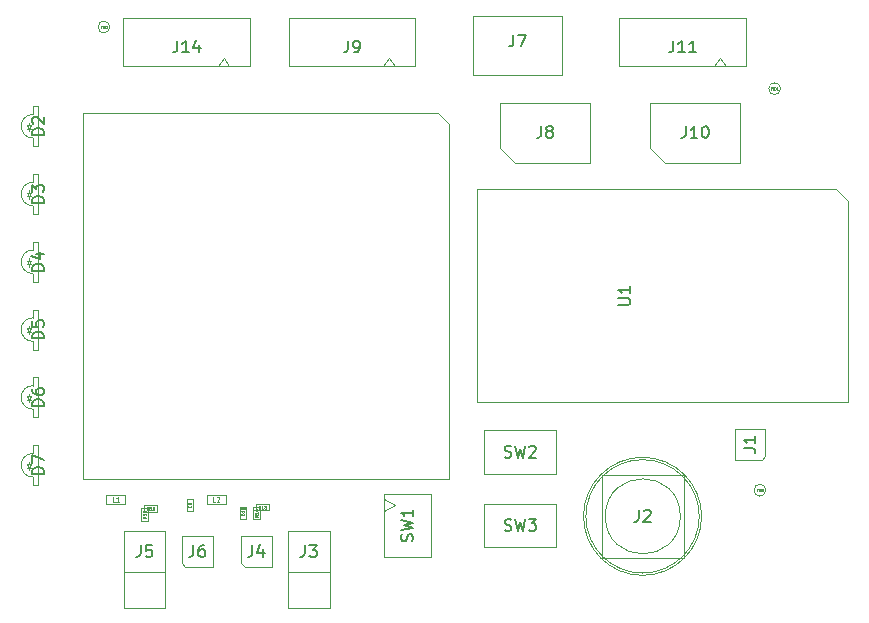
<source format=gbr>
%TF.GenerationSoftware,KiCad,Pcbnew,5.1.10-6.fc34*%
%TF.CreationDate,2021-09-22T18:19:27+02:00*%
%TF.ProjectId,mowi,6d6f7769-2e6b-4696-9361-645f70636258,v1.0*%
%TF.SameCoordinates,Original*%
%TF.FileFunction,Other,Fab,Top*%
%FSLAX46Y46*%
G04 Gerber Fmt 4.6, Leading zero omitted, Abs format (unit mm)*
G04 Created by KiCad (PCBNEW 5.1.10-6.fc34) date 2021-09-22 18:19:27*
%MOMM*%
%LPD*%
G01*
G04 APERTURE LIST*
%ADD10C,0.050000*%
%ADD11C,0.100000*%
%ADD12C,0.150000*%
%ADD13C,0.040000*%
%ADD14C,0.060000*%
G04 APERTURE END LIST*
D10*
X167400000Y-104930000D02*
G75*
G03*
X167400000Y-104930000I-4800000J0D01*
G01*
X167600000Y-104930000D02*
G75*
G03*
X167600000Y-104930000I-5000000J0D01*
G01*
D11*
%TO.C,J7*%
X148250000Y-62540000D02*
X155750000Y-62540000D01*
X148250000Y-67540000D02*
X148250000Y-62540000D01*
X155750000Y-67540000D02*
X148250000Y-67540000D01*
X155750000Y-62540000D02*
X155750000Y-67540000D01*
%TO.C,SW1*%
X140750000Y-104450000D02*
X141620000Y-103950000D01*
X140750000Y-103450000D02*
X141620000Y-103950000D01*
X140750000Y-103000000D02*
X144650000Y-103000000D01*
X140750000Y-108400000D02*
X140750000Y-103000000D01*
X144650000Y-108400000D02*
X140750000Y-108400000D01*
X144650000Y-103000000D02*
X144650000Y-108400000D01*
%TO.C,D7*%
X110450000Y-100800000D02*
X110850000Y-100800000D01*
X110650000Y-100800000D02*
X110650000Y-101000000D01*
X110650000Y-100500000D02*
X110650000Y-100300000D01*
X110850000Y-100500000D02*
X110450000Y-100500000D01*
X110650000Y-100800000D02*
X110850000Y-100500000D01*
X110450000Y-100500000D02*
X110650000Y-100800000D01*
X111000000Y-102300000D02*
X111450000Y-102300000D01*
X111000000Y-98900000D02*
X111000000Y-99600000D01*
X111450000Y-98900000D02*
X111000000Y-98900000D01*
X111450000Y-102300000D02*
X111450000Y-98900000D01*
X111000000Y-101600000D02*
X111000000Y-102300000D01*
X111000000Y-101600000D02*
G75*
G02*
X111000000Y-99600000I0J1000000D01*
G01*
%TO.C,D6*%
X110450000Y-95060000D02*
X110850000Y-95060000D01*
X110650000Y-95060000D02*
X110650000Y-95260000D01*
X110650000Y-94760000D02*
X110650000Y-94560000D01*
X110850000Y-94760000D02*
X110450000Y-94760000D01*
X110650000Y-95060000D02*
X110850000Y-94760000D01*
X110450000Y-94760000D02*
X110650000Y-95060000D01*
X111000000Y-96560000D02*
X111450000Y-96560000D01*
X111000000Y-93160000D02*
X111000000Y-93860000D01*
X111450000Y-93160000D02*
X111000000Y-93160000D01*
X111450000Y-96560000D02*
X111450000Y-93160000D01*
X111000000Y-95860000D02*
X111000000Y-96560000D01*
X111000000Y-95860000D02*
G75*
G02*
X111000000Y-93860000I0J1000000D01*
G01*
%TO.C,D5*%
X110450000Y-89320000D02*
X110850000Y-89320000D01*
X110650000Y-89320000D02*
X110650000Y-89520000D01*
X110650000Y-89020000D02*
X110650000Y-88820000D01*
X110850000Y-89020000D02*
X110450000Y-89020000D01*
X110650000Y-89320000D02*
X110850000Y-89020000D01*
X110450000Y-89020000D02*
X110650000Y-89320000D01*
X111000000Y-90820000D02*
X111450000Y-90820000D01*
X111000000Y-87420000D02*
X111000000Y-88120000D01*
X111450000Y-87420000D02*
X111000000Y-87420000D01*
X111450000Y-90820000D02*
X111450000Y-87420000D01*
X111000000Y-90120000D02*
X111000000Y-90820000D01*
X111000000Y-90120000D02*
G75*
G02*
X111000000Y-88120000I0J1000000D01*
G01*
%TO.C,D4*%
X110450000Y-83580000D02*
X110850000Y-83580000D01*
X110650000Y-83580000D02*
X110650000Y-83780000D01*
X110650000Y-83280000D02*
X110650000Y-83080000D01*
X110850000Y-83280000D02*
X110450000Y-83280000D01*
X110650000Y-83580000D02*
X110850000Y-83280000D01*
X110450000Y-83280000D02*
X110650000Y-83580000D01*
X111000000Y-85080000D02*
X111450000Y-85080000D01*
X111000000Y-81680000D02*
X111000000Y-82380000D01*
X111450000Y-81680000D02*
X111000000Y-81680000D01*
X111450000Y-85080000D02*
X111450000Y-81680000D01*
X111000000Y-84380000D02*
X111000000Y-85080000D01*
X111000000Y-84380000D02*
G75*
G02*
X111000000Y-82380000I0J1000000D01*
G01*
%TO.C,D3*%
X110450000Y-77840000D02*
X110850000Y-77840000D01*
X110650000Y-77840000D02*
X110650000Y-78040000D01*
X110650000Y-77540000D02*
X110650000Y-77340000D01*
X110850000Y-77540000D02*
X110450000Y-77540000D01*
X110650000Y-77840000D02*
X110850000Y-77540000D01*
X110450000Y-77540000D02*
X110650000Y-77840000D01*
X111000000Y-79340000D02*
X111450000Y-79340000D01*
X111000000Y-75940000D02*
X111000000Y-76640000D01*
X111450000Y-75940000D02*
X111000000Y-75940000D01*
X111450000Y-79340000D02*
X111450000Y-75940000D01*
X111000000Y-78640000D02*
X111000000Y-79340000D01*
X111000000Y-78640000D02*
G75*
G02*
X111000000Y-76640000I0J1000000D01*
G01*
%TO.C,D2*%
X110450000Y-72100000D02*
X110850000Y-72100000D01*
X110650000Y-72100000D02*
X110650000Y-72300000D01*
X110650000Y-71800000D02*
X110650000Y-71600000D01*
X110850000Y-71800000D02*
X110450000Y-71800000D01*
X110650000Y-72100000D02*
X110850000Y-71800000D01*
X110450000Y-71800000D02*
X110650000Y-72100000D01*
X111000000Y-73600000D02*
X111450000Y-73600000D01*
X111000000Y-70200000D02*
X111000000Y-70900000D01*
X111450000Y-70200000D02*
X111000000Y-70200000D01*
X111450000Y-73600000D02*
X111450000Y-70200000D01*
X111000000Y-72900000D02*
X111000000Y-73600000D01*
X111000000Y-72900000D02*
G75*
G02*
X111000000Y-70900000I0J1000000D01*
G01*
%TO.C,J10*%
X164510000Y-74985000D02*
X163240000Y-73715000D01*
X170860000Y-74985000D02*
X164510000Y-74985000D01*
X170860000Y-69905000D02*
X170860000Y-74985000D01*
X163240000Y-69905000D02*
X170860000Y-69905000D01*
X163240000Y-73715000D02*
X163240000Y-69905000D01*
%TO.C,J8*%
X151810000Y-74985000D02*
X150540000Y-73715000D01*
X158160000Y-74985000D02*
X151810000Y-74985000D01*
X158160000Y-69905000D02*
X158160000Y-74985000D01*
X150540000Y-69905000D02*
X158160000Y-69905000D01*
X150540000Y-73715000D02*
X150540000Y-69905000D01*
%TO.C,J5*%
X118690000Y-109655000D02*
X122190000Y-109655000D01*
X118690000Y-109655000D02*
X118690000Y-106155000D01*
X118690000Y-112655000D02*
X118690000Y-109655000D01*
X122190000Y-112655000D02*
X118690000Y-112655000D01*
X122190000Y-109655000D02*
X122190000Y-112655000D01*
X122190000Y-106155000D02*
X122190000Y-109655000D01*
X118690000Y-106155000D02*
X122190000Y-106155000D01*
%TO.C,J3*%
X132600000Y-109655000D02*
X136100000Y-109655000D01*
X132600000Y-109655000D02*
X132600000Y-106155000D01*
X132600000Y-112655000D02*
X132600000Y-109655000D01*
X136100000Y-112655000D02*
X132600000Y-112655000D01*
X136100000Y-109655000D02*
X136100000Y-112655000D01*
X136100000Y-106155000D02*
X136100000Y-109655000D01*
X132600000Y-106155000D02*
X136100000Y-106155000D01*
%TO.C,U23*%
X146250000Y-71750000D02*
X146250000Y-101750000D01*
X115250000Y-70750000D02*
X115250000Y-101750000D01*
X146250000Y-101750000D02*
X115250000Y-101750000D01*
X145250000Y-70750000D02*
X115250000Y-70750000D01*
X145250000Y-70750000D02*
X146250000Y-71750000D01*
%TO.C,U1*%
X178970000Y-77250000D02*
X179970000Y-78250000D01*
X148570000Y-77250000D02*
X148570000Y-95250000D01*
X148570000Y-95250000D02*
X179970000Y-95250000D01*
X179970000Y-95250000D02*
X179970000Y-78250000D01*
X178970000Y-77250000D02*
X148570000Y-77250000D01*
%TO.C,SW3*%
X149200000Y-103850000D02*
X155300000Y-103850000D01*
X155300000Y-107550000D02*
X155300000Y-103850000D01*
X155300000Y-107550000D02*
X149200000Y-107550000D01*
X149200000Y-103850000D02*
X149200000Y-107550000D01*
%TO.C,SW2*%
X149200000Y-97650000D02*
X155300000Y-97650000D01*
X155300000Y-101350000D02*
X155300000Y-97650000D01*
X155300000Y-101350000D02*
X149200000Y-101350000D01*
X149200000Y-97650000D02*
X149200000Y-101350000D01*
%TO.C,FID3*%
X173030000Y-102720000D02*
G75*
G03*
X173030000Y-102720000I-500000J0D01*
G01*
%TO.C,FID2*%
X117500000Y-63500000D02*
G75*
G03*
X117500000Y-63500000I-500000J0D01*
G01*
%TO.C,FID1*%
X174280000Y-68720000D02*
G75*
G03*
X174280000Y-68720000I-500000J0D01*
G01*
%TO.C,J4*%
X128900000Y-109200000D02*
X128600000Y-108900000D01*
X131200000Y-106600000D02*
X128600000Y-106600000D01*
X131200000Y-109200000D02*
X131200000Y-106600000D01*
X128900000Y-109200000D02*
X131200000Y-109200000D01*
X128600000Y-106600000D02*
X128600000Y-108900000D01*
%TO.C,J6*%
X123900000Y-109200000D02*
X123600000Y-108900000D01*
X126200000Y-106600000D02*
X123600000Y-106600000D01*
X126200000Y-109200000D02*
X126200000Y-106600000D01*
X123900000Y-109200000D02*
X126200000Y-109200000D01*
X123600000Y-106600000D02*
X123600000Y-108900000D01*
%TO.C,J1*%
X173000000Y-99825000D02*
X172700000Y-100125000D01*
X170400000Y-97525000D02*
X170400000Y-100125000D01*
X173000000Y-97525000D02*
X170400000Y-97525000D01*
X173000000Y-99825000D02*
X173000000Y-97525000D01*
X170400000Y-100125000D02*
X172700000Y-100125000D01*
%TO.C,R14*%
X130170000Y-105195000D02*
X129630000Y-105195000D01*
X129630000Y-105195000D02*
X129630000Y-104145000D01*
X129630000Y-104145000D02*
X130170000Y-104145000D01*
X130170000Y-104145000D02*
X130170000Y-105195000D01*
%TO.C,R13*%
X130935000Y-103890000D02*
X130935000Y-104430000D01*
X130935000Y-104430000D02*
X129885000Y-104430000D01*
X129885000Y-104430000D02*
X129885000Y-103890000D01*
X129885000Y-103890000D02*
X130935000Y-103890000D01*
%TO.C,R16*%
X121475000Y-104000000D02*
X121475000Y-104540000D01*
X121475000Y-104540000D02*
X120425000Y-104540000D01*
X120425000Y-104540000D02*
X120425000Y-104000000D01*
X120425000Y-104000000D02*
X121475000Y-104000000D01*
%TO.C,R15*%
X120710000Y-105305000D02*
X120170000Y-105305000D01*
X120170000Y-105305000D02*
X120170000Y-104255000D01*
X120170000Y-104255000D02*
X120710000Y-104255000D01*
X120710000Y-104255000D02*
X120710000Y-105305000D01*
%TO.C,L2*%
X125700000Y-103900000D02*
X125700000Y-103100000D01*
X125700000Y-103100000D02*
X127300000Y-103100000D01*
X127300000Y-103100000D02*
X127300000Y-103900000D01*
X127300000Y-103900000D02*
X125700000Y-103900000D01*
%TO.C,L1*%
X117200000Y-103900000D02*
X117200000Y-103100000D01*
X117200000Y-103100000D02*
X118800000Y-103100000D01*
X118800000Y-103100000D02*
X118800000Y-103900000D01*
X118800000Y-103900000D02*
X117200000Y-103900000D01*
%TO.C,D1*%
X128530000Y-104145000D02*
X129030000Y-104145000D01*
X129030000Y-104145000D02*
X129030000Y-105145000D01*
X129030000Y-105145000D02*
X128530000Y-105145000D01*
X128530000Y-105145000D02*
X128530000Y-104145000D01*
X128530000Y-104245000D02*
X129030000Y-104245000D01*
X128530000Y-104345000D02*
X129030000Y-104345000D01*
%TO.C,C8*%
X124000000Y-103480000D02*
X124500000Y-103480000D01*
X124500000Y-103480000D02*
X124500000Y-104480000D01*
X124500000Y-104480000D02*
X124000000Y-104480000D01*
X124000000Y-104480000D02*
X124000000Y-103480000D01*
%TO.C,J2*%
X165800000Y-104930000D02*
G75*
G03*
X165800000Y-104930000I-3175000J0D01*
G01*
X159125000Y-101430000D02*
X166125000Y-101430000D01*
X159125000Y-101430000D02*
X159125000Y-108430000D01*
X159125000Y-108430000D02*
X166125000Y-108430000D01*
X166125000Y-101430000D02*
X166125000Y-108430000D01*
%TO.C,J11*%
X171375000Y-66800000D02*
X160625000Y-66800000D01*
X171375000Y-62750000D02*
X160625000Y-62750000D01*
X171375000Y-66800000D02*
X171375000Y-62750000D01*
X160625000Y-66800000D02*
X160625000Y-62750000D01*
X169625000Y-66800000D02*
X169125000Y-66092893D01*
X169125000Y-66092893D02*
X168625000Y-66800000D01*
%TO.C,J9*%
X143375000Y-66800000D02*
X132625000Y-66800000D01*
X143375000Y-62750000D02*
X132625000Y-62750000D01*
X143375000Y-66800000D02*
X143375000Y-62750000D01*
X132625000Y-66800000D02*
X132625000Y-62750000D01*
X141625000Y-66800000D02*
X141125000Y-66092893D01*
X141125000Y-66092893D02*
X140625000Y-66800000D01*
%TO.C,J14*%
X129375000Y-66800000D02*
X118625000Y-66800000D01*
X129375000Y-62750000D02*
X118625000Y-62750000D01*
X129375000Y-66800000D02*
X129375000Y-62750000D01*
X118625000Y-66800000D02*
X118625000Y-62750000D01*
X127625000Y-66800000D02*
X127125000Y-66092893D01*
X127125000Y-66092893D02*
X126625000Y-66800000D01*
%TD*%
%TO.C,J7*%
D12*
X151666666Y-64142380D02*
X151666666Y-64856666D01*
X151619047Y-64999523D01*
X151523809Y-65094761D01*
X151380952Y-65142380D01*
X151285714Y-65142380D01*
X152047619Y-64142380D02*
X152714285Y-64142380D01*
X152285714Y-65142380D01*
%TO.C,SW1*%
X143104761Y-107033333D02*
X143152380Y-106890476D01*
X143152380Y-106652380D01*
X143104761Y-106557142D01*
X143057142Y-106509523D01*
X142961904Y-106461904D01*
X142866666Y-106461904D01*
X142771428Y-106509523D01*
X142723809Y-106557142D01*
X142676190Y-106652380D01*
X142628571Y-106842857D01*
X142580952Y-106938095D01*
X142533333Y-106985714D01*
X142438095Y-107033333D01*
X142342857Y-107033333D01*
X142247619Y-106985714D01*
X142200000Y-106938095D01*
X142152380Y-106842857D01*
X142152380Y-106604761D01*
X142200000Y-106461904D01*
X142152380Y-106128571D02*
X143152380Y-105890476D01*
X142438095Y-105700000D01*
X143152380Y-105509523D01*
X142152380Y-105271428D01*
X143152380Y-104366666D02*
X143152380Y-104938095D01*
X143152380Y-104652380D02*
X142152380Y-104652380D01*
X142295238Y-104747619D01*
X142390476Y-104842857D01*
X142438095Y-104938095D01*
%TO.C,D7*%
X111902380Y-101338095D02*
X110902380Y-101338095D01*
X110902380Y-101100000D01*
X110950000Y-100957142D01*
X111045238Y-100861904D01*
X111140476Y-100814285D01*
X111330952Y-100766666D01*
X111473809Y-100766666D01*
X111664285Y-100814285D01*
X111759523Y-100861904D01*
X111854761Y-100957142D01*
X111902380Y-101100000D01*
X111902380Y-101338095D01*
X110902380Y-100433333D02*
X110902380Y-99766666D01*
X111902380Y-100195238D01*
%TO.C,D6*%
X111902380Y-95598095D02*
X110902380Y-95598095D01*
X110902380Y-95360000D01*
X110950000Y-95217142D01*
X111045238Y-95121904D01*
X111140476Y-95074285D01*
X111330952Y-95026666D01*
X111473809Y-95026666D01*
X111664285Y-95074285D01*
X111759523Y-95121904D01*
X111854761Y-95217142D01*
X111902380Y-95360000D01*
X111902380Y-95598095D01*
X110902380Y-94169523D02*
X110902380Y-94360000D01*
X110950000Y-94455238D01*
X110997619Y-94502857D01*
X111140476Y-94598095D01*
X111330952Y-94645714D01*
X111711904Y-94645714D01*
X111807142Y-94598095D01*
X111854761Y-94550476D01*
X111902380Y-94455238D01*
X111902380Y-94264761D01*
X111854761Y-94169523D01*
X111807142Y-94121904D01*
X111711904Y-94074285D01*
X111473809Y-94074285D01*
X111378571Y-94121904D01*
X111330952Y-94169523D01*
X111283333Y-94264761D01*
X111283333Y-94455238D01*
X111330952Y-94550476D01*
X111378571Y-94598095D01*
X111473809Y-94645714D01*
%TO.C,D5*%
X111902380Y-89858095D02*
X110902380Y-89858095D01*
X110902380Y-89620000D01*
X110950000Y-89477142D01*
X111045238Y-89381904D01*
X111140476Y-89334285D01*
X111330952Y-89286666D01*
X111473809Y-89286666D01*
X111664285Y-89334285D01*
X111759523Y-89381904D01*
X111854761Y-89477142D01*
X111902380Y-89620000D01*
X111902380Y-89858095D01*
X110902380Y-88381904D02*
X110902380Y-88858095D01*
X111378571Y-88905714D01*
X111330952Y-88858095D01*
X111283333Y-88762857D01*
X111283333Y-88524761D01*
X111330952Y-88429523D01*
X111378571Y-88381904D01*
X111473809Y-88334285D01*
X111711904Y-88334285D01*
X111807142Y-88381904D01*
X111854761Y-88429523D01*
X111902380Y-88524761D01*
X111902380Y-88762857D01*
X111854761Y-88858095D01*
X111807142Y-88905714D01*
%TO.C,D4*%
X111902380Y-84118095D02*
X110902380Y-84118095D01*
X110902380Y-83880000D01*
X110950000Y-83737142D01*
X111045238Y-83641904D01*
X111140476Y-83594285D01*
X111330952Y-83546666D01*
X111473809Y-83546666D01*
X111664285Y-83594285D01*
X111759523Y-83641904D01*
X111854761Y-83737142D01*
X111902380Y-83880000D01*
X111902380Y-84118095D01*
X111235714Y-82689523D02*
X111902380Y-82689523D01*
X110854761Y-82927619D02*
X111569047Y-83165714D01*
X111569047Y-82546666D01*
%TO.C,D3*%
X111902380Y-78378095D02*
X110902380Y-78378095D01*
X110902380Y-78140000D01*
X110950000Y-77997142D01*
X111045238Y-77901904D01*
X111140476Y-77854285D01*
X111330952Y-77806666D01*
X111473809Y-77806666D01*
X111664285Y-77854285D01*
X111759523Y-77901904D01*
X111854761Y-77997142D01*
X111902380Y-78140000D01*
X111902380Y-78378095D01*
X110902380Y-77473333D02*
X110902380Y-76854285D01*
X111283333Y-77187619D01*
X111283333Y-77044761D01*
X111330952Y-76949523D01*
X111378571Y-76901904D01*
X111473809Y-76854285D01*
X111711904Y-76854285D01*
X111807142Y-76901904D01*
X111854761Y-76949523D01*
X111902380Y-77044761D01*
X111902380Y-77330476D01*
X111854761Y-77425714D01*
X111807142Y-77473333D01*
%TO.C,D2*%
X111902380Y-72638095D02*
X110902380Y-72638095D01*
X110902380Y-72400000D01*
X110950000Y-72257142D01*
X111045238Y-72161904D01*
X111140476Y-72114285D01*
X111330952Y-72066666D01*
X111473809Y-72066666D01*
X111664285Y-72114285D01*
X111759523Y-72161904D01*
X111854761Y-72257142D01*
X111902380Y-72400000D01*
X111902380Y-72638095D01*
X110997619Y-71685714D02*
X110950000Y-71638095D01*
X110902380Y-71542857D01*
X110902380Y-71304761D01*
X110950000Y-71209523D01*
X110997619Y-71161904D01*
X111092857Y-71114285D01*
X111188095Y-71114285D01*
X111330952Y-71161904D01*
X111902380Y-71733333D01*
X111902380Y-71114285D01*
%TO.C,J10*%
X166240476Y-71897380D02*
X166240476Y-72611666D01*
X166192857Y-72754523D01*
X166097619Y-72849761D01*
X165954761Y-72897380D01*
X165859523Y-72897380D01*
X167240476Y-72897380D02*
X166669047Y-72897380D01*
X166954761Y-72897380D02*
X166954761Y-71897380D01*
X166859523Y-72040238D01*
X166764285Y-72135476D01*
X166669047Y-72183095D01*
X167859523Y-71897380D02*
X167954761Y-71897380D01*
X168050000Y-71945000D01*
X168097619Y-71992619D01*
X168145238Y-72087857D01*
X168192857Y-72278333D01*
X168192857Y-72516428D01*
X168145238Y-72706904D01*
X168097619Y-72802142D01*
X168050000Y-72849761D01*
X167954761Y-72897380D01*
X167859523Y-72897380D01*
X167764285Y-72849761D01*
X167716666Y-72802142D01*
X167669047Y-72706904D01*
X167621428Y-72516428D01*
X167621428Y-72278333D01*
X167669047Y-72087857D01*
X167716666Y-71992619D01*
X167764285Y-71945000D01*
X167859523Y-71897380D01*
%TO.C,J8*%
X154016666Y-71897380D02*
X154016666Y-72611666D01*
X153969047Y-72754523D01*
X153873809Y-72849761D01*
X153730952Y-72897380D01*
X153635714Y-72897380D01*
X154635714Y-72325952D02*
X154540476Y-72278333D01*
X154492857Y-72230714D01*
X154445238Y-72135476D01*
X154445238Y-72087857D01*
X154492857Y-71992619D01*
X154540476Y-71945000D01*
X154635714Y-71897380D01*
X154826190Y-71897380D01*
X154921428Y-71945000D01*
X154969047Y-71992619D01*
X155016666Y-72087857D01*
X155016666Y-72135476D01*
X154969047Y-72230714D01*
X154921428Y-72278333D01*
X154826190Y-72325952D01*
X154635714Y-72325952D01*
X154540476Y-72373571D01*
X154492857Y-72421190D01*
X154445238Y-72516428D01*
X154445238Y-72706904D01*
X154492857Y-72802142D01*
X154540476Y-72849761D01*
X154635714Y-72897380D01*
X154826190Y-72897380D01*
X154921428Y-72849761D01*
X154969047Y-72802142D01*
X155016666Y-72706904D01*
X155016666Y-72516428D01*
X154969047Y-72421190D01*
X154921428Y-72373571D01*
X154826190Y-72325952D01*
%TO.C,J5*%
X120106666Y-107357380D02*
X120106666Y-108071666D01*
X120059047Y-108214523D01*
X119963809Y-108309761D01*
X119820952Y-108357380D01*
X119725714Y-108357380D01*
X121059047Y-107357380D02*
X120582857Y-107357380D01*
X120535238Y-107833571D01*
X120582857Y-107785952D01*
X120678095Y-107738333D01*
X120916190Y-107738333D01*
X121011428Y-107785952D01*
X121059047Y-107833571D01*
X121106666Y-107928809D01*
X121106666Y-108166904D01*
X121059047Y-108262142D01*
X121011428Y-108309761D01*
X120916190Y-108357380D01*
X120678095Y-108357380D01*
X120582857Y-108309761D01*
X120535238Y-108262142D01*
%TO.C,J3*%
X134016666Y-107357380D02*
X134016666Y-108071666D01*
X133969047Y-108214523D01*
X133873809Y-108309761D01*
X133730952Y-108357380D01*
X133635714Y-108357380D01*
X134397619Y-107357380D02*
X135016666Y-107357380D01*
X134683333Y-107738333D01*
X134826190Y-107738333D01*
X134921428Y-107785952D01*
X134969047Y-107833571D01*
X135016666Y-107928809D01*
X135016666Y-108166904D01*
X134969047Y-108262142D01*
X134921428Y-108309761D01*
X134826190Y-108357380D01*
X134540476Y-108357380D01*
X134445238Y-108309761D01*
X134397619Y-108262142D01*
%TO.C,U1*%
X160552380Y-87011904D02*
X161361904Y-87011904D01*
X161457142Y-86964285D01*
X161504761Y-86916666D01*
X161552380Y-86821428D01*
X161552380Y-86630952D01*
X161504761Y-86535714D01*
X161457142Y-86488095D01*
X161361904Y-86440476D01*
X160552380Y-86440476D01*
X161552380Y-85440476D02*
X161552380Y-86011904D01*
X161552380Y-85726190D02*
X160552380Y-85726190D01*
X160695238Y-85821428D01*
X160790476Y-85916666D01*
X160838095Y-86011904D01*
%TO.C,SW3*%
X150916666Y-106104761D02*
X151059523Y-106152380D01*
X151297619Y-106152380D01*
X151392857Y-106104761D01*
X151440476Y-106057142D01*
X151488095Y-105961904D01*
X151488095Y-105866666D01*
X151440476Y-105771428D01*
X151392857Y-105723809D01*
X151297619Y-105676190D01*
X151107142Y-105628571D01*
X151011904Y-105580952D01*
X150964285Y-105533333D01*
X150916666Y-105438095D01*
X150916666Y-105342857D01*
X150964285Y-105247619D01*
X151011904Y-105200000D01*
X151107142Y-105152380D01*
X151345238Y-105152380D01*
X151488095Y-105200000D01*
X151821428Y-105152380D02*
X152059523Y-106152380D01*
X152250000Y-105438095D01*
X152440476Y-106152380D01*
X152678571Y-105152380D01*
X152964285Y-105152380D02*
X153583333Y-105152380D01*
X153250000Y-105533333D01*
X153392857Y-105533333D01*
X153488095Y-105580952D01*
X153535714Y-105628571D01*
X153583333Y-105723809D01*
X153583333Y-105961904D01*
X153535714Y-106057142D01*
X153488095Y-106104761D01*
X153392857Y-106152380D01*
X153107142Y-106152380D01*
X153011904Y-106104761D01*
X152964285Y-106057142D01*
%TO.C,SW2*%
X150916666Y-99904761D02*
X151059523Y-99952380D01*
X151297619Y-99952380D01*
X151392857Y-99904761D01*
X151440476Y-99857142D01*
X151488095Y-99761904D01*
X151488095Y-99666666D01*
X151440476Y-99571428D01*
X151392857Y-99523809D01*
X151297619Y-99476190D01*
X151107142Y-99428571D01*
X151011904Y-99380952D01*
X150964285Y-99333333D01*
X150916666Y-99238095D01*
X150916666Y-99142857D01*
X150964285Y-99047619D01*
X151011904Y-99000000D01*
X151107142Y-98952380D01*
X151345238Y-98952380D01*
X151488095Y-99000000D01*
X151821428Y-98952380D02*
X152059523Y-99952380D01*
X152250000Y-99238095D01*
X152440476Y-99952380D01*
X152678571Y-98952380D01*
X153011904Y-99047619D02*
X153059523Y-99000000D01*
X153154761Y-98952380D01*
X153392857Y-98952380D01*
X153488095Y-99000000D01*
X153535714Y-99047619D01*
X153583333Y-99142857D01*
X153583333Y-99238095D01*
X153535714Y-99380952D01*
X152964285Y-99952380D01*
X153583333Y-99952380D01*
%TO.C,FID3*%
D13*
X172315714Y-102705714D02*
X172249047Y-102705714D01*
X172249047Y-102810476D02*
X172249047Y-102610476D01*
X172344285Y-102610476D01*
X172420476Y-102810476D02*
X172420476Y-102610476D01*
X172515714Y-102810476D02*
X172515714Y-102610476D01*
X172563333Y-102610476D01*
X172591904Y-102620000D01*
X172610952Y-102639047D01*
X172620476Y-102658095D01*
X172630000Y-102696190D01*
X172630000Y-102724761D01*
X172620476Y-102762857D01*
X172610952Y-102781904D01*
X172591904Y-102800952D01*
X172563333Y-102810476D01*
X172515714Y-102810476D01*
X172696666Y-102610476D02*
X172820476Y-102610476D01*
X172753809Y-102686666D01*
X172782380Y-102686666D01*
X172801428Y-102696190D01*
X172810952Y-102705714D01*
X172820476Y-102724761D01*
X172820476Y-102772380D01*
X172810952Y-102791428D01*
X172801428Y-102800952D01*
X172782380Y-102810476D01*
X172725238Y-102810476D01*
X172706190Y-102800952D01*
X172696666Y-102791428D01*
%TO.C,FID2*%
X116785714Y-63485714D02*
X116719047Y-63485714D01*
X116719047Y-63590476D02*
X116719047Y-63390476D01*
X116814285Y-63390476D01*
X116890476Y-63590476D02*
X116890476Y-63390476D01*
X116985714Y-63590476D02*
X116985714Y-63390476D01*
X117033333Y-63390476D01*
X117061904Y-63400000D01*
X117080952Y-63419047D01*
X117090476Y-63438095D01*
X117100000Y-63476190D01*
X117100000Y-63504761D01*
X117090476Y-63542857D01*
X117080952Y-63561904D01*
X117061904Y-63580952D01*
X117033333Y-63590476D01*
X116985714Y-63590476D01*
X117176190Y-63409523D02*
X117185714Y-63400000D01*
X117204761Y-63390476D01*
X117252380Y-63390476D01*
X117271428Y-63400000D01*
X117280952Y-63409523D01*
X117290476Y-63428571D01*
X117290476Y-63447619D01*
X117280952Y-63476190D01*
X117166666Y-63590476D01*
X117290476Y-63590476D01*
%TO.C,FID1*%
X173565714Y-68705714D02*
X173499047Y-68705714D01*
X173499047Y-68810476D02*
X173499047Y-68610476D01*
X173594285Y-68610476D01*
X173670476Y-68810476D02*
X173670476Y-68610476D01*
X173765714Y-68810476D02*
X173765714Y-68610476D01*
X173813333Y-68610476D01*
X173841904Y-68620000D01*
X173860952Y-68639047D01*
X173870476Y-68658095D01*
X173880000Y-68696190D01*
X173880000Y-68724761D01*
X173870476Y-68762857D01*
X173860952Y-68781904D01*
X173841904Y-68800952D01*
X173813333Y-68810476D01*
X173765714Y-68810476D01*
X174070476Y-68810476D02*
X173956190Y-68810476D01*
X174013333Y-68810476D02*
X174013333Y-68610476D01*
X173994285Y-68639047D01*
X173975238Y-68658095D01*
X173956190Y-68667619D01*
%TO.C,J4*%
D12*
X129566666Y-107352380D02*
X129566666Y-108066666D01*
X129519047Y-108209523D01*
X129423809Y-108304761D01*
X129280952Y-108352380D01*
X129185714Y-108352380D01*
X130471428Y-107685714D02*
X130471428Y-108352380D01*
X130233333Y-107304761D02*
X129995238Y-108019047D01*
X130614285Y-108019047D01*
%TO.C,J6*%
X124566666Y-107352380D02*
X124566666Y-108066666D01*
X124519047Y-108209523D01*
X124423809Y-108304761D01*
X124280952Y-108352380D01*
X124185714Y-108352380D01*
X125471428Y-107352380D02*
X125280952Y-107352380D01*
X125185714Y-107400000D01*
X125138095Y-107447619D01*
X125042857Y-107590476D01*
X124995238Y-107780952D01*
X124995238Y-108161904D01*
X125042857Y-108257142D01*
X125090476Y-108304761D01*
X125185714Y-108352380D01*
X125376190Y-108352380D01*
X125471428Y-108304761D01*
X125519047Y-108257142D01*
X125566666Y-108161904D01*
X125566666Y-107923809D01*
X125519047Y-107828571D01*
X125471428Y-107780952D01*
X125376190Y-107733333D01*
X125185714Y-107733333D01*
X125090476Y-107780952D01*
X125042857Y-107828571D01*
X124995238Y-107923809D01*
%TO.C,J1*%
X171152380Y-99158333D02*
X171866666Y-99158333D01*
X172009523Y-99205952D01*
X172104761Y-99301190D01*
X172152380Y-99444047D01*
X172152380Y-99539285D01*
X172152380Y-98158333D02*
X172152380Y-98729761D01*
X172152380Y-98444047D02*
X171152380Y-98444047D01*
X171295238Y-98539285D01*
X171390476Y-98634523D01*
X171438095Y-98729761D01*
%TO.C,R14*%
D13*
X130017619Y-104837142D02*
X129893809Y-104923809D01*
X130017619Y-104985714D02*
X129757619Y-104985714D01*
X129757619Y-104886666D01*
X129770000Y-104861904D01*
X129782380Y-104849523D01*
X129807142Y-104837142D01*
X129844285Y-104837142D01*
X129869047Y-104849523D01*
X129881428Y-104861904D01*
X129893809Y-104886666D01*
X129893809Y-104985714D01*
X130017619Y-104589523D02*
X130017619Y-104738095D01*
X130017619Y-104663809D02*
X129757619Y-104663809D01*
X129794761Y-104688571D01*
X129819523Y-104713333D01*
X129831904Y-104738095D01*
X129844285Y-104366666D02*
X130017619Y-104366666D01*
X129745238Y-104428571D02*
X129930952Y-104490476D01*
X129930952Y-104329523D01*
%TO.C,R13*%
X130242857Y-104277619D02*
X130156190Y-104153809D01*
X130094285Y-104277619D02*
X130094285Y-104017619D01*
X130193333Y-104017619D01*
X130218095Y-104030000D01*
X130230476Y-104042380D01*
X130242857Y-104067142D01*
X130242857Y-104104285D01*
X130230476Y-104129047D01*
X130218095Y-104141428D01*
X130193333Y-104153809D01*
X130094285Y-104153809D01*
X130490476Y-104277619D02*
X130341904Y-104277619D01*
X130416190Y-104277619D02*
X130416190Y-104017619D01*
X130391428Y-104054761D01*
X130366666Y-104079523D01*
X130341904Y-104091904D01*
X130577142Y-104017619D02*
X130738095Y-104017619D01*
X130651428Y-104116666D01*
X130688571Y-104116666D01*
X130713333Y-104129047D01*
X130725714Y-104141428D01*
X130738095Y-104166190D01*
X130738095Y-104228095D01*
X130725714Y-104252857D01*
X130713333Y-104265238D01*
X130688571Y-104277619D01*
X130614285Y-104277619D01*
X130589523Y-104265238D01*
X130577142Y-104252857D01*
%TO.C,R16*%
X120782857Y-104387619D02*
X120696190Y-104263809D01*
X120634285Y-104387619D02*
X120634285Y-104127619D01*
X120733333Y-104127619D01*
X120758095Y-104140000D01*
X120770476Y-104152380D01*
X120782857Y-104177142D01*
X120782857Y-104214285D01*
X120770476Y-104239047D01*
X120758095Y-104251428D01*
X120733333Y-104263809D01*
X120634285Y-104263809D01*
X121030476Y-104387619D02*
X120881904Y-104387619D01*
X120956190Y-104387619D02*
X120956190Y-104127619D01*
X120931428Y-104164761D01*
X120906666Y-104189523D01*
X120881904Y-104201904D01*
X121253333Y-104127619D02*
X121203809Y-104127619D01*
X121179047Y-104140000D01*
X121166666Y-104152380D01*
X121141904Y-104189523D01*
X121129523Y-104239047D01*
X121129523Y-104338095D01*
X121141904Y-104362857D01*
X121154285Y-104375238D01*
X121179047Y-104387619D01*
X121228571Y-104387619D01*
X121253333Y-104375238D01*
X121265714Y-104362857D01*
X121278095Y-104338095D01*
X121278095Y-104276190D01*
X121265714Y-104251428D01*
X121253333Y-104239047D01*
X121228571Y-104226666D01*
X121179047Y-104226666D01*
X121154285Y-104239047D01*
X121141904Y-104251428D01*
X121129523Y-104276190D01*
%TO.C,R15*%
X120557619Y-104947142D02*
X120433809Y-105033809D01*
X120557619Y-105095714D02*
X120297619Y-105095714D01*
X120297619Y-104996666D01*
X120310000Y-104971904D01*
X120322380Y-104959523D01*
X120347142Y-104947142D01*
X120384285Y-104947142D01*
X120409047Y-104959523D01*
X120421428Y-104971904D01*
X120433809Y-104996666D01*
X120433809Y-105095714D01*
X120557619Y-104699523D02*
X120557619Y-104848095D01*
X120557619Y-104773809D02*
X120297619Y-104773809D01*
X120334761Y-104798571D01*
X120359523Y-104823333D01*
X120371904Y-104848095D01*
X120297619Y-104464285D02*
X120297619Y-104588095D01*
X120421428Y-104600476D01*
X120409047Y-104588095D01*
X120396666Y-104563333D01*
X120396666Y-104501428D01*
X120409047Y-104476666D01*
X120421428Y-104464285D01*
X120446190Y-104451904D01*
X120508095Y-104451904D01*
X120532857Y-104464285D01*
X120545238Y-104476666D01*
X120557619Y-104501428D01*
X120557619Y-104563333D01*
X120545238Y-104588095D01*
X120532857Y-104600476D01*
%TO.C,L2*%
D14*
X126433333Y-103680952D02*
X126242857Y-103680952D01*
X126242857Y-103280952D01*
X126547619Y-103319047D02*
X126566666Y-103300000D01*
X126604761Y-103280952D01*
X126700000Y-103280952D01*
X126738095Y-103300000D01*
X126757142Y-103319047D01*
X126776190Y-103357142D01*
X126776190Y-103395238D01*
X126757142Y-103452380D01*
X126528571Y-103680952D01*
X126776190Y-103680952D01*
%TO.C,L1*%
X117933333Y-103680952D02*
X117742857Y-103680952D01*
X117742857Y-103280952D01*
X118276190Y-103680952D02*
X118047619Y-103680952D01*
X118161904Y-103680952D02*
X118161904Y-103280952D01*
X118123809Y-103338095D01*
X118085714Y-103376190D01*
X118047619Y-103395238D01*
%TO.C,D1*%
D13*
X128893095Y-104829523D02*
X128643095Y-104829523D01*
X128643095Y-104770000D01*
X128655000Y-104734285D01*
X128678809Y-104710476D01*
X128702619Y-104698571D01*
X128750238Y-104686666D01*
X128785952Y-104686666D01*
X128833571Y-104698571D01*
X128857380Y-104710476D01*
X128881190Y-104734285D01*
X128893095Y-104770000D01*
X128893095Y-104829523D01*
X128893095Y-104448571D02*
X128893095Y-104591428D01*
X128893095Y-104520000D02*
X128643095Y-104520000D01*
X128678809Y-104543809D01*
X128702619Y-104567619D01*
X128714523Y-104591428D01*
%TO.C,C8*%
X124339285Y-104021666D02*
X124351190Y-104033571D01*
X124363095Y-104069285D01*
X124363095Y-104093095D01*
X124351190Y-104128809D01*
X124327380Y-104152619D01*
X124303571Y-104164523D01*
X124255952Y-104176428D01*
X124220238Y-104176428D01*
X124172619Y-104164523D01*
X124148809Y-104152619D01*
X124125000Y-104128809D01*
X124113095Y-104093095D01*
X124113095Y-104069285D01*
X124125000Y-104033571D01*
X124136904Y-104021666D01*
X124220238Y-103878809D02*
X124208333Y-103902619D01*
X124196428Y-103914523D01*
X124172619Y-103926428D01*
X124160714Y-103926428D01*
X124136904Y-103914523D01*
X124125000Y-103902619D01*
X124113095Y-103878809D01*
X124113095Y-103831190D01*
X124125000Y-103807380D01*
X124136904Y-103795476D01*
X124160714Y-103783571D01*
X124172619Y-103783571D01*
X124196428Y-103795476D01*
X124208333Y-103807380D01*
X124220238Y-103831190D01*
X124220238Y-103878809D01*
X124232142Y-103902619D01*
X124244047Y-103914523D01*
X124267857Y-103926428D01*
X124315476Y-103926428D01*
X124339285Y-103914523D01*
X124351190Y-103902619D01*
X124363095Y-103878809D01*
X124363095Y-103831190D01*
X124351190Y-103807380D01*
X124339285Y-103795476D01*
X124315476Y-103783571D01*
X124267857Y-103783571D01*
X124244047Y-103795476D01*
X124232142Y-103807380D01*
X124220238Y-103831190D01*
%TO.C,J2*%
D12*
X162291666Y-104382380D02*
X162291666Y-105096666D01*
X162244047Y-105239523D01*
X162148809Y-105334761D01*
X162005952Y-105382380D01*
X161910714Y-105382380D01*
X162720238Y-104477619D02*
X162767857Y-104430000D01*
X162863095Y-104382380D01*
X163101190Y-104382380D01*
X163196428Y-104430000D01*
X163244047Y-104477619D01*
X163291666Y-104572857D01*
X163291666Y-104668095D01*
X163244047Y-104810952D01*
X162672619Y-105382380D01*
X163291666Y-105382380D01*
%TO.C,J11*%
X165190476Y-64652380D02*
X165190476Y-65366666D01*
X165142857Y-65509523D01*
X165047619Y-65604761D01*
X164904761Y-65652380D01*
X164809523Y-65652380D01*
X166190476Y-65652380D02*
X165619047Y-65652380D01*
X165904761Y-65652380D02*
X165904761Y-64652380D01*
X165809523Y-64795238D01*
X165714285Y-64890476D01*
X165619047Y-64938095D01*
X167142857Y-65652380D02*
X166571428Y-65652380D01*
X166857142Y-65652380D02*
X166857142Y-64652380D01*
X166761904Y-64795238D01*
X166666666Y-64890476D01*
X166571428Y-64938095D01*
%TO.C,J9*%
X137666666Y-64652380D02*
X137666666Y-65366666D01*
X137619047Y-65509523D01*
X137523809Y-65604761D01*
X137380952Y-65652380D01*
X137285714Y-65652380D01*
X138190476Y-65652380D02*
X138380952Y-65652380D01*
X138476190Y-65604761D01*
X138523809Y-65557142D01*
X138619047Y-65414285D01*
X138666666Y-65223809D01*
X138666666Y-64842857D01*
X138619047Y-64747619D01*
X138571428Y-64700000D01*
X138476190Y-64652380D01*
X138285714Y-64652380D01*
X138190476Y-64700000D01*
X138142857Y-64747619D01*
X138095238Y-64842857D01*
X138095238Y-65080952D01*
X138142857Y-65176190D01*
X138190476Y-65223809D01*
X138285714Y-65271428D01*
X138476190Y-65271428D01*
X138571428Y-65223809D01*
X138619047Y-65176190D01*
X138666666Y-65080952D01*
%TO.C,J14*%
X123190476Y-64652380D02*
X123190476Y-65366666D01*
X123142857Y-65509523D01*
X123047619Y-65604761D01*
X122904761Y-65652380D01*
X122809523Y-65652380D01*
X124190476Y-65652380D02*
X123619047Y-65652380D01*
X123904761Y-65652380D02*
X123904761Y-64652380D01*
X123809523Y-64795238D01*
X123714285Y-64890476D01*
X123619047Y-64938095D01*
X125047619Y-64985714D02*
X125047619Y-65652380D01*
X124809523Y-64604761D02*
X124571428Y-65319047D01*
X125190476Y-65319047D01*
%TD*%
M02*

</source>
